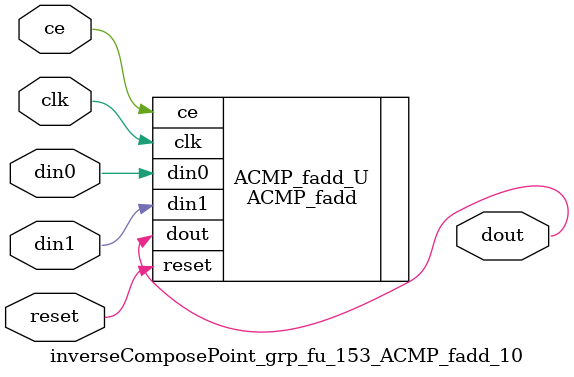
<source format=v>

`timescale 1 ns / 1 ps
module inverseComposePoint_grp_fu_153_ACMP_fadd_10(
    clk,
    reset,
    ce,
    din0,
    din1,
    dout);

parameter ID = 32'd1;
parameter NUM_STAGE = 32'd1;
parameter din0_WIDTH = 32'd1;
parameter din1_WIDTH = 32'd1;
parameter dout_WIDTH = 32'd1;
input clk;
input reset;
input ce;
input[din0_WIDTH - 1:0] din0;
input[din1_WIDTH - 1:0] din1;
output[dout_WIDTH - 1:0] dout;



ACMP_fadd #(
.ID( ID ),
.NUM_STAGE( 4 ),
.din0_WIDTH( din0_WIDTH ),
.din1_WIDTH( din1_WIDTH ),
.dout_WIDTH( dout_WIDTH ))
ACMP_fadd_U(
    .clk( clk ),
    .reset( reset ),
    .ce( ce ),
    .din0( din0 ),
    .din1( din1 ),
    .dout( dout ));

endmodule

</source>
